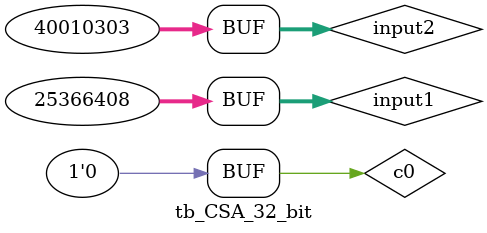
<source format=v>
`timescale 1ns/1ps
module tb_CSA_32_bit;
	//module CarrySelectAdder_32_bit (input1, input2, cin, result, cout);
	reg [31:0] input1;
	reg [31:0] input2;
	reg c0;
	wire [31:0] result;
	wire cout;
	CarrySelectAdder_32_bit uut(
		.input1(input1),
		.input2(input2),
		.cin(c0),
		.result(result),
		.cout(cout)
	);
	initial begin
		input1 = 32'h11abcdef;
		input2 = 32'h00aabbcc;
		c0 = 1'b0;
		#20;
		input1 = 32'h5233458;
		input2 = 32'h4578213;
		c0 = 1'b0;
		#20;
		input1 = 32'd0025366408;
		input2 = 32'd40010303;
		c0 = 1'b0;
		#20;
	end
endmodule


</source>
